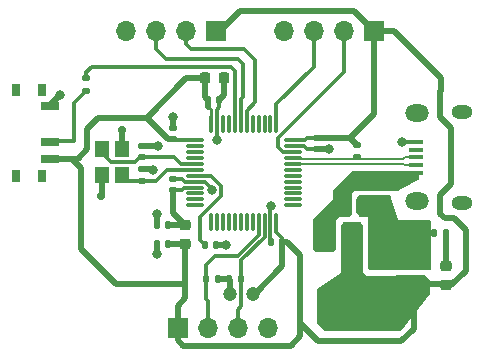
<source format=gbr>
%TF.GenerationSoftware,KiCad,Pcbnew,6.0.6-3a73a75311~116~ubuntu21.10.1*%
%TF.CreationDate,2022-07-26T12:25:36-07:00*%
%TF.ProjectId,SMT32Course,534d5433-3243-46f7-9572-73652e6b6963,0.1*%
%TF.SameCoordinates,Original*%
%TF.FileFunction,Copper,L1,Top*%
%TF.FilePolarity,Positive*%
%FSLAX46Y46*%
G04 Gerber Fmt 4.6, Leading zero omitted, Abs format (unit mm)*
G04 Created by KiCad (PCBNEW 6.0.6-3a73a75311~116~ubuntu21.10.1) date 2022-07-26 12:25:36*
%MOMM*%
%LPD*%
G01*
G04 APERTURE LIST*
G04 Aperture macros list*
%AMRoundRect*
0 Rectangle with rounded corners*
0 $1 Rounding radius*
0 $2 $3 $4 $5 $6 $7 $8 $9 X,Y pos of 4 corners*
0 Add a 4 corners polygon primitive as box body*
4,1,4,$2,$3,$4,$5,$6,$7,$8,$9,$2,$3,0*
0 Add four circle primitives for the rounded corners*
1,1,$1+$1,$2,$3*
1,1,$1+$1,$4,$5*
1,1,$1+$1,$6,$7*
1,1,$1+$1,$8,$9*
0 Add four rect primitives between the rounded corners*
20,1,$1+$1,$2,$3,$4,$5,0*
20,1,$1+$1,$4,$5,$6,$7,0*
20,1,$1+$1,$6,$7,$8,$9,0*
20,1,$1+$1,$8,$9,$2,$3,0*%
G04 Aperture macros list end*
%TA.AperFunction,SMDPad,CuDef*%
%ADD10R,0.800000X1.000000*%
%TD*%
%TA.AperFunction,SMDPad,CuDef*%
%ADD11R,1.500000X0.700000*%
%TD*%
%TA.AperFunction,SMDPad,CuDef*%
%ADD12R,1.200000X1.400000*%
%TD*%
%TA.AperFunction,SMDPad,CuDef*%
%ADD13RoundRect,0.075000X-0.075000X-0.662500X0.075000X-0.662500X0.075000X0.662500X-0.075000X0.662500X0*%
%TD*%
%TA.AperFunction,SMDPad,CuDef*%
%ADD14RoundRect,0.075000X-0.662500X-0.075000X0.662500X-0.075000X0.662500X0.075000X-0.662500X0.075000X0*%
%TD*%
%TA.AperFunction,SMDPad,CuDef*%
%ADD15R,1.500000X2.000000*%
%TD*%
%TA.AperFunction,SMDPad,CuDef*%
%ADD16R,3.800000X2.000000*%
%TD*%
%TA.AperFunction,SMDPad,CuDef*%
%ADD17RoundRect,0.135000X-0.135000X-0.185000X0.135000X-0.185000X0.135000X0.185000X-0.135000X0.185000X0*%
%TD*%
%TA.AperFunction,SMDPad,CuDef*%
%ADD18RoundRect,0.135000X0.135000X0.185000X-0.135000X0.185000X-0.135000X-0.185000X0.135000X-0.185000X0*%
%TD*%
%TA.AperFunction,SMDPad,CuDef*%
%ADD19RoundRect,0.135000X-0.185000X0.135000X-0.185000X-0.135000X0.185000X-0.135000X0.185000X0.135000X0*%
%TD*%
%TA.AperFunction,SMDPad,CuDef*%
%ADD20RoundRect,0.135000X0.185000X-0.135000X0.185000X0.135000X-0.185000X0.135000X-0.185000X-0.135000X0*%
%TD*%
%TA.AperFunction,ComponentPad*%
%ADD21O,1.700000X1.700000*%
%TD*%
%TA.AperFunction,ComponentPad*%
%ADD22R,1.700000X1.700000*%
%TD*%
%TA.AperFunction,SMDPad,CuDef*%
%ADD23R,1.300000X0.450000*%
%TD*%
%TA.AperFunction,ComponentPad*%
%ADD24O,2.000000X1.450000*%
%TD*%
%TA.AperFunction,ComponentPad*%
%ADD25O,1.800000X1.150000*%
%TD*%
%TA.AperFunction,SMDPad,CuDef*%
%ADD26RoundRect,0.218750X-0.256250X0.218750X-0.256250X-0.218750X0.256250X-0.218750X0.256250X0.218750X0*%
%TD*%
%TA.AperFunction,SMDPad,CuDef*%
%ADD27RoundRect,0.140000X0.170000X-0.140000X0.170000X0.140000X-0.170000X0.140000X-0.170000X-0.140000X0*%
%TD*%
%TA.AperFunction,SMDPad,CuDef*%
%ADD28RoundRect,0.140000X-0.140000X-0.170000X0.140000X-0.170000X0.140000X0.170000X-0.140000X0.170000X0*%
%TD*%
%TA.AperFunction,SMDPad,CuDef*%
%ADD29RoundRect,0.140000X0.140000X0.170000X-0.140000X0.170000X-0.140000X-0.170000X0.140000X-0.170000X0*%
%TD*%
%TA.AperFunction,SMDPad,CuDef*%
%ADD30RoundRect,0.140000X-0.170000X0.140000X-0.170000X-0.140000X0.170000X-0.140000X0.170000X0.140000X0*%
%TD*%
%TA.AperFunction,SMDPad,CuDef*%
%ADD31RoundRect,0.225000X-0.225000X-0.250000X0.225000X-0.250000X0.225000X0.250000X-0.225000X0.250000X0*%
%TD*%
%TA.AperFunction,SMDPad,CuDef*%
%ADD32RoundRect,0.250000X0.475000X-0.250000X0.475000X0.250000X-0.475000X0.250000X-0.475000X-0.250000X0*%
%TD*%
%TA.AperFunction,SMDPad,CuDef*%
%ADD33RoundRect,0.250000X-0.250000X-0.475000X0.250000X-0.475000X0.250000X0.475000X-0.250000X0.475000X0*%
%TD*%
%TA.AperFunction,ViaPad*%
%ADD34C,0.700000*%
%TD*%
%TA.AperFunction,ViaPad*%
%ADD35C,1.200000*%
%TD*%
%TA.AperFunction,ViaPad*%
%ADD36C,0.800000*%
%TD*%
%TA.AperFunction,Conductor*%
%ADD37C,0.300000*%
%TD*%
%TA.AperFunction,Conductor*%
%ADD38C,0.500000*%
%TD*%
%TA.AperFunction,Conductor*%
%ADD39C,0.200000*%
%TD*%
%TA.AperFunction,Conductor*%
%ADD40C,0.250000*%
%TD*%
G04 APERTURE END LIST*
D10*
%TO.P,SW1,*%
%TO.N,*%
X88880000Y-59750000D03*
X86670000Y-52450000D03*
X86670000Y-59750000D03*
X88880000Y-52450000D03*
D11*
%TO.P,SW1,1,A*%
%TO.N,GND*%
X89530000Y-53850000D03*
%TO.P,SW1,2,B*%
%TO.N,/SW_BOOT0*%
X89530000Y-56850000D03*
%TO.P,SW1,3,C*%
%TO.N,+3.3V*%
X89530000Y-58350000D03*
%TD*%
D12*
%TO.P,Y1,4,4*%
%TO.N,GND*%
X95595000Y-57500000D03*
%TO.P,Y1,3,3*%
%TO.N,/HSE_OUT*%
X95595000Y-59700000D03*
%TO.P,Y1,2,2*%
%TO.N,GND*%
X93895000Y-59700000D03*
%TO.P,Y1,1,1*%
%TO.N,/HSE_IN*%
X93895000Y-57500000D03*
%TD*%
D13*
%TO.P,U2,48,VDD*%
%TO.N,+3.3V*%
X103195000Y-55337500D03*
%TO.P,U2,47,VSS*%
%TO.N,GND*%
X103695000Y-55337500D03*
%TO.P,U2,46,PB9*%
%TO.N,unconnected-(U2-Pad46)*%
X104195000Y-55337500D03*
%TO.P,U2,45,PB8*%
%TO.N,unconnected-(U2-Pad45)*%
X104695000Y-55337500D03*
%TO.P,U2,44,BOOT0*%
%TO.N,/BOOT0*%
X105195000Y-55337500D03*
%TO.P,U2,43,PB7*%
%TO.N,/USART1_RX*%
X105695000Y-55337500D03*
%TO.P,U2,42,PB6*%
%TO.N,/USART1_TX*%
X106195000Y-55337500D03*
%TO.P,U2,41,PB5*%
%TO.N,unconnected-(U2-Pad41)*%
X106695000Y-55337500D03*
%TO.P,U2,40,PB4*%
%TO.N,unconnected-(U2-Pad40)*%
X107195000Y-55337500D03*
%TO.P,U2,39,PB3*%
%TO.N,unconnected-(U2-Pad39)*%
X107695000Y-55337500D03*
%TO.P,U2,38,PA15*%
%TO.N,unconnected-(U2-Pad38)*%
X108195000Y-55337500D03*
%TO.P,U2,37,PA14*%
%TO.N,/SWCLK*%
X108695000Y-55337500D03*
D14*
%TO.P,U2,36,VDD*%
%TO.N,+3.3V*%
X110107500Y-56750000D03*
%TO.P,U2,35,VSS*%
%TO.N,GND*%
X110107500Y-57250000D03*
%TO.P,U2,34,PA13*%
%TO.N,/SWDIO*%
X110107500Y-57750000D03*
%TO.P,U2,33,PA12*%
%TO.N,/USB_D+*%
X110107500Y-58250000D03*
%TO.P,U2,32,PA11*%
%TO.N,/USB_D-*%
X110107500Y-58750000D03*
%TO.P,U2,31,PA10*%
%TO.N,unconnected-(U2-Pad31)*%
X110107500Y-59250000D03*
%TO.P,U2,30,PA9*%
%TO.N,unconnected-(U2-Pad30)*%
X110107500Y-59750000D03*
%TO.P,U2,29,PA8*%
%TO.N,unconnected-(U2-Pad29)*%
X110107500Y-60250000D03*
%TO.P,U2,28,PB15*%
%TO.N,unconnected-(U2-Pad28)*%
X110107500Y-60750000D03*
%TO.P,U2,27,PB14*%
%TO.N,unconnected-(U2-Pad27)*%
X110107500Y-61250000D03*
%TO.P,U2,26,PB13*%
%TO.N,unconnected-(U2-Pad26)*%
X110107500Y-61750000D03*
%TO.P,U2,25,PB12*%
%TO.N,unconnected-(U2-Pad25)*%
X110107500Y-62250000D03*
D13*
%TO.P,U2,24,VDD*%
%TO.N,+3.3V*%
X108695000Y-63662500D03*
%TO.P,U2,23,VSS*%
%TO.N,GND*%
X108195000Y-63662500D03*
%TO.P,U2,22,PB11*%
%TO.N,/I2C2_SDA*%
X107695000Y-63662500D03*
%TO.P,U2,21,PB10*%
%TO.N,/I2C2_SCL*%
X107195000Y-63662500D03*
%TO.P,U2,20,PB2*%
%TO.N,unconnected-(U2-Pad20)*%
X106695000Y-63662500D03*
%TO.P,U2,19,PB1*%
%TO.N,unconnected-(U2-Pad19)*%
X106195000Y-63662500D03*
%TO.P,U2,18,PB0*%
%TO.N,unconnected-(U2-Pad18)*%
X105695000Y-63662500D03*
%TO.P,U2,17,PA7*%
%TO.N,unconnected-(U2-Pad17)*%
X105195000Y-63662500D03*
%TO.P,U2,16,PA6*%
%TO.N,unconnected-(U2-Pad16)*%
X104695000Y-63662500D03*
%TO.P,U2,15,PA5*%
%TO.N,unconnected-(U2-Pad15)*%
X104195000Y-63662500D03*
%TO.P,U2,14,PA4*%
%TO.N,unconnected-(U2-Pad14)*%
X103695000Y-63662500D03*
%TO.P,U2,13,PA3*%
%TO.N,unconnected-(U2-Pad13)*%
X103195000Y-63662500D03*
D14*
%TO.P,U2,12,PA2*%
%TO.N,unconnected-(U2-Pad12)*%
X101782500Y-62250000D03*
%TO.P,U2,11,PA1*%
%TO.N,unconnected-(U2-Pad11)*%
X101782500Y-61750000D03*
%TO.P,U2,10,PA0*%
%TO.N,unconnected-(U2-Pad10)*%
X101782500Y-61250000D03*
%TO.P,U2,9,VDDA*%
%TO.N,+3.3VA*%
X101782500Y-60750000D03*
%TO.P,U2,8,VSSA*%
%TO.N,GND*%
X101782500Y-60250000D03*
%TO.P,U2,7,NRST*%
%TO.N,/NRST*%
X101782500Y-59750000D03*
%TO.P,U2,6,PD1*%
%TO.N,/HSE_OUT*%
X101782500Y-59250000D03*
%TO.P,U2,5,PD0*%
%TO.N,/HSE_IN*%
X101782500Y-58750000D03*
%TO.P,U2,4,PC15*%
%TO.N,unconnected-(U2-Pad4)*%
X101782500Y-58250000D03*
%TO.P,U2,3,PC14*%
%TO.N,unconnected-(U2-Pad3)*%
X101782500Y-57750000D03*
%TO.P,U2,2,PC13*%
%TO.N,unconnected-(U2-Pad2)*%
X101782500Y-57250000D03*
%TO.P,U2,1,VBAT*%
%TO.N,+3.3V*%
X101782500Y-56750000D03*
%TD*%
D15*
%TO.P,U1,3,VI*%
%TO.N,VBUS*%
X112825000Y-64950000D03*
%TO.P,U1,2,VO*%
%TO.N,+3.3V*%
X115125000Y-64950000D03*
D16*
X115125000Y-71250000D03*
D15*
%TO.P,U1,1,GND*%
%TO.N,GND*%
X117425000Y-64950000D03*
%TD*%
D17*
%TO.P,R5,1*%
%TO.N,+3.3V*%
X104715000Y-68500000D03*
%TO.P,R5,2*%
%TO.N,/I2C2_SDA*%
X105735000Y-68500000D03*
%TD*%
D18*
%TO.P,R4,1*%
%TO.N,+3.3V*%
X103735000Y-68500000D03*
%TO.P,R4,2*%
%TO.N,/I2C2_SCL*%
X102715000Y-68500000D03*
%TD*%
D19*
%TO.P,R3,2*%
%TO.N,/USB_D+*%
X115500000Y-58135000D03*
%TO.P,R3,1*%
%TO.N,+3.3V*%
X115500000Y-57115000D03*
%TD*%
D20*
%TO.P,R2,1*%
%TO.N,/SW_BOOT0*%
X92600000Y-52535000D03*
%TO.P,R2,2*%
%TO.N,/BOOT0*%
X92600000Y-51515000D03*
%TD*%
D18*
%TO.P,R1,1*%
%TO.N,/PWR_LED_K*%
X123035000Y-64600000D03*
%TO.P,R1,2*%
%TO.N,GND*%
X122015000Y-64600000D03*
%TD*%
D21*
%TO.P,J4,4,Pin_4*%
%TO.N,GND*%
X107945000Y-72600000D03*
%TO.P,J4,3,Pin_3*%
%TO.N,/I2C2_SDA*%
X105405000Y-72600000D03*
%TO.P,J4,2,Pin_2*%
%TO.N,/I2C2_SCL*%
X102865000Y-72600000D03*
D22*
%TO.P,J4,1,Pin_1*%
%TO.N,+3.3V*%
X100325000Y-72600000D03*
%TD*%
%TO.P,J3,1,Pin_1*%
%TO.N,+3.3V*%
X116925000Y-47500000D03*
D21*
%TO.P,J3,2,Pin_2*%
%TO.N,/SWDIO*%
X114385000Y-47500000D03*
%TO.P,J3,3,Pin_3*%
%TO.N,/SWCLK*%
X111845000Y-47500000D03*
%TO.P,J3,4,Pin_4*%
%TO.N,GND*%
X109305000Y-47500000D03*
%TD*%
D22*
%TO.P,J2,1,Pin_1*%
%TO.N,+3.3V*%
X103605000Y-47500000D03*
D21*
%TO.P,J2,2,Pin_2*%
%TO.N,/USART1_TX*%
X101065000Y-47500000D03*
%TO.P,J2,3,Pin_3*%
%TO.N,/USART1_RX*%
X98525000Y-47500000D03*
%TO.P,J2,4,Pin_4*%
%TO.N,GND*%
X95985000Y-47500000D03*
%TD*%
D23*
%TO.P,J1,1,VBUS*%
%TO.N,VBUS*%
X120525000Y-59500000D03*
%TO.P,J1,2,D-*%
%TO.N,/USB_D-*%
X120525000Y-58850000D03*
%TO.P,J1,3,D+*%
%TO.N,/USB_D+*%
X120525000Y-58200000D03*
%TO.P,J1,4,ID*%
%TO.N,unconnected-(J1-Pad4)*%
X120525000Y-57550000D03*
%TO.P,J1,5,GND*%
%TO.N,GND*%
X120525000Y-56900000D03*
D24*
%TO.P,J1,6,Shield*%
%TO.N,N/C*%
X120575000Y-61925000D03*
X120575000Y-54475000D03*
D25*
X124375000Y-62075000D03*
X124375000Y-54325000D03*
%TD*%
D26*
%TO.P,FB1,2*%
%TO.N,+3.3V*%
X100945000Y-65487500D03*
%TO.P,FB1,1*%
%TO.N,+3.3VA*%
X100945000Y-63912500D03*
%TD*%
%TO.P,D1,1,K*%
%TO.N,/PWR_LED_K*%
X123025000Y-67412500D03*
%TO.P,D1,2,A*%
%TO.N,+3.3V*%
X123025000Y-68987500D03*
%TD*%
D27*
%TO.P,C13,2*%
%TO.N,GND*%
X97345000Y-59220000D03*
%TO.P,C13,1*%
%TO.N,/HSE_OUT*%
X97345000Y-60180000D03*
%TD*%
%TO.P,C12,2*%
%TO.N,GND*%
X97345000Y-57220000D03*
%TO.P,C12,1*%
%TO.N,/HSE_IN*%
X97345000Y-58180000D03*
%TD*%
D28*
%TO.P,C11,2*%
%TO.N,GND*%
X103580000Y-65600000D03*
%TO.P,C11,1*%
%TO.N,/NRST*%
X102620000Y-65600000D03*
%TD*%
D29*
%TO.P,C10,2*%
%TO.N,GND*%
X98565000Y-65500000D03*
%TO.P,C10,1*%
%TO.N,+3.3V*%
X99525000Y-65500000D03*
%TD*%
%TO.P,C9,2*%
%TO.N,GND*%
X98565000Y-63900000D03*
%TO.P,C9,1*%
%TO.N,+3.3VA*%
X99525000Y-63900000D03*
%TD*%
D27*
%TO.P,C8,2*%
%TO.N,GND*%
X99945000Y-60020000D03*
%TO.P,C8,1*%
%TO.N,+3.3VA*%
X99945000Y-60980000D03*
%TD*%
D29*
%TO.P,C7,2*%
%TO.N,GND*%
X108245000Y-65400000D03*
%TO.P,C7,1*%
%TO.N,+3.3V*%
X109205000Y-65400000D03*
%TD*%
D30*
%TO.P,C6,1*%
%TO.N,+3.3V*%
X112145000Y-56520000D03*
%TO.P,C6,2*%
%TO.N,GND*%
X112145000Y-57480000D03*
%TD*%
D28*
%TO.P,C5,2*%
%TO.N,GND*%
X103875000Y-53300000D03*
%TO.P,C5,1*%
%TO.N,+3.3V*%
X102915000Y-53300000D03*
%TD*%
D27*
%TO.P,C4,2*%
%TO.N,GND*%
X99945000Y-55720000D03*
%TO.P,C4,1*%
%TO.N,+3.3V*%
X99945000Y-56680000D03*
%TD*%
D31*
%TO.P,C3,2*%
%TO.N,GND*%
X104220000Y-51500000D03*
%TO.P,C3,1*%
%TO.N,+3.3V*%
X102670000Y-51500000D03*
%TD*%
D32*
%TO.P,C2,1*%
%TO.N,+3.3V*%
X120325000Y-68950000D03*
%TO.P,C2,2*%
%TO.N,GND*%
X120325000Y-67050000D03*
%TD*%
D33*
%TO.P,C1,1*%
%TO.N,VBUS*%
X114275000Y-62300000D03*
%TO.P,C1,2*%
%TO.N,GND*%
X116175000Y-62300000D03*
%TD*%
D34*
%TO.N,GND*%
X95600000Y-55875000D03*
X93875000Y-61425000D03*
D35*
%TO.N,+3.3V*%
X104785500Y-69750000D03*
X106684500Y-69725000D03*
D36*
%TO.N,GND*%
X120700000Y-65725000D03*
X119800000Y-65750000D03*
X117475000Y-63000000D03*
X117475000Y-61875000D03*
X117875000Y-66825000D03*
X116975000Y-66850000D03*
X120950000Y-64600000D03*
X119300000Y-56900000D03*
X113125000Y-57475000D03*
X108200000Y-62325000D03*
X90375000Y-52950000D03*
X98275000Y-59225000D03*
X103700000Y-56750000D03*
X103250500Y-60953812D03*
X98575000Y-62975000D03*
X98550000Y-66400000D03*
X104450000Y-65600000D03*
X98650000Y-57225000D03*
X99950000Y-54800000D03*
%TD*%
D37*
%TO.N,+3.3V*%
X101782500Y-56750000D02*
X100625000Y-56750000D01*
X100625000Y-56750000D02*
X100275000Y-56750000D01*
X100275000Y-56750000D02*
X100015000Y-56750000D01*
D38*
%TO.N,GND*%
X97345000Y-57220000D02*
X98645000Y-57220000D01*
X98645000Y-57220000D02*
X98650000Y-57225000D01*
X117475000Y-63000000D02*
X116500000Y-63000000D01*
X116500000Y-63000000D02*
X116175000Y-62675000D01*
X116175000Y-62675000D02*
X116175000Y-62300000D01*
D37*
%TO.N,/SW_BOOT0*%
X91525000Y-56810000D02*
X91525000Y-53610000D01*
X91525000Y-53610000D02*
X92600000Y-52535000D01*
%TO.N,/BOOT0*%
X105195000Y-55337500D02*
X105195000Y-50870000D01*
X105195000Y-50870000D02*
X104850000Y-50525000D01*
X104850000Y-50525000D02*
X93075000Y-50525000D01*
X93075000Y-50525000D02*
X92600000Y-51000000D01*
X92600000Y-51000000D02*
X92600000Y-51515000D01*
D38*
%TO.N,+3.3V*%
X102670000Y-51500000D02*
X101050000Y-51500000D01*
X101050000Y-51500000D02*
X97700000Y-54850000D01*
X110700000Y-70450000D02*
X110700000Y-66475000D01*
X110700000Y-72225000D02*
X110700000Y-70450000D01*
X110700000Y-70450000D02*
X110700000Y-73350000D01*
X110700000Y-73350000D02*
X109925000Y-74125000D01*
X109925000Y-74125000D02*
X100775000Y-74125000D01*
X100775000Y-74125000D02*
X100325000Y-73675000D01*
X100325000Y-73675000D02*
X100325000Y-72600000D01*
X123025000Y-68987500D02*
X123512500Y-68987500D01*
X123475000Y-55675000D02*
X122575000Y-54775000D01*
X123512500Y-68987500D02*
X124725000Y-67775000D01*
X124725000Y-67775000D02*
X124725000Y-64350000D01*
X124725000Y-64350000D02*
X123725000Y-63350000D01*
X123725000Y-63350000D02*
X122950000Y-63350000D01*
X122950000Y-63350000D02*
X122550000Y-62950000D01*
X122600000Y-52550000D02*
X122600000Y-51475000D01*
X122550000Y-62950000D02*
X122550000Y-61400000D01*
X122575000Y-52575000D02*
X122600000Y-52550000D01*
X118625000Y-47500000D02*
X116925000Y-47500000D01*
X122550000Y-61400000D02*
X123475000Y-60475000D01*
X122575000Y-54775000D02*
X122575000Y-52575000D01*
X123475000Y-60475000D02*
X123475000Y-55675000D01*
X122600000Y-51475000D02*
X118625000Y-47500000D01*
X100945000Y-69795000D02*
X100945000Y-68895000D01*
X100945000Y-68895000D02*
X100945000Y-65487500D01*
X89530000Y-58350000D02*
X91400000Y-58350000D01*
X91400000Y-58350000D02*
X92175000Y-59125000D01*
X92175000Y-59125000D02*
X92175000Y-65925000D01*
X92175000Y-65925000D02*
X95145000Y-68895000D01*
X95145000Y-68895000D02*
X100945000Y-68895000D01*
X103950000Y-47500000D02*
X105625000Y-45825000D01*
X103605000Y-47500000D02*
X103950000Y-47500000D01*
X105625000Y-45825000D02*
X115250000Y-45825000D01*
X115250000Y-45825000D02*
X116925000Y-47500000D01*
X116925000Y-47500000D02*
X116925000Y-54500000D01*
X116925000Y-54500000D02*
X114905000Y-56520000D01*
X112145000Y-56520000D02*
X114905000Y-56520000D01*
X114905000Y-56520000D02*
X115500000Y-57115000D01*
X99945000Y-56680000D02*
X100129386Y-56680000D01*
X102915000Y-53894386D02*
X102915000Y-53300000D01*
X89530000Y-58350000D02*
X91875000Y-58350000D01*
X97700000Y-54850000D02*
X99530000Y-56680000D01*
X91875000Y-58350000D02*
X92700000Y-57525000D01*
X92700000Y-57525000D02*
X92700000Y-55750000D01*
X92700000Y-55750000D02*
X93600000Y-54850000D01*
X93600000Y-54850000D02*
X97700000Y-54850000D01*
X99530000Y-56680000D02*
X99945000Y-56680000D01*
%TO.N,GND*%
X95595000Y-55880000D02*
X95600000Y-55875000D01*
X95595000Y-57500000D02*
X95595000Y-55880000D01*
X93895000Y-61405000D02*
X93875000Y-61425000D01*
X93895000Y-59700000D02*
X93895000Y-61405000D01*
%TO.N,+3.3VA*%
X99945000Y-60980000D02*
X99945000Y-62912500D01*
X99945000Y-62912500D02*
X100945000Y-63912500D01*
X100945000Y-63912500D02*
X99537500Y-63912500D01*
X99537500Y-63912500D02*
X99525000Y-63900000D01*
%TO.N,+3.3V*%
X100945000Y-70130000D02*
X100945000Y-69795000D01*
X106900000Y-69725000D02*
X109205000Y-67420000D01*
X106684500Y-69725000D02*
X106900000Y-69725000D01*
X109205000Y-67420000D02*
X109205000Y-65400000D01*
X100945000Y-65487500D02*
X99537500Y-65487500D01*
X99537500Y-65487500D02*
X99525000Y-65500000D01*
X100325000Y-72600000D02*
X100325000Y-70750000D01*
X100325000Y-70750000D02*
X100945000Y-70130000D01*
X104715000Y-68500000D02*
X103735000Y-68500000D01*
X104785500Y-68570500D02*
X104715000Y-68500000D01*
X104785500Y-69750000D02*
X104785500Y-68570500D01*
X120325000Y-68950000D02*
X120325000Y-72700000D01*
X120325000Y-72700000D02*
X119275000Y-73750000D01*
X119275000Y-73750000D02*
X112225000Y-73750000D01*
X109625000Y-65400000D02*
X109205000Y-65400000D01*
X112225000Y-73750000D02*
X110700000Y-72225000D01*
X110700000Y-66475000D02*
X109625000Y-65400000D01*
D37*
%TO.N,VBUS*%
X114275000Y-62300000D02*
X113575000Y-62300000D01*
X113575000Y-62300000D02*
X112825000Y-63050000D01*
X112825000Y-63050000D02*
X112825000Y-64950000D01*
X120525000Y-59500000D02*
X115600000Y-59500000D01*
X115600000Y-59500000D02*
X114275000Y-60825000D01*
X114275000Y-60825000D02*
X114275000Y-62300000D01*
D38*
%TO.N,/PWR_LED_K*%
X123035000Y-64600000D02*
X123035000Y-67402500D01*
X123035000Y-67402500D02*
X123025000Y-67412500D01*
%TO.N,+3.3V*%
X123025000Y-68987500D02*
X123025000Y-68975000D01*
X123025000Y-68975000D02*
X123000000Y-68950000D01*
X123000000Y-68950000D02*
X120325000Y-68950000D01*
%TO.N,GND*%
X120700000Y-67000000D02*
X120700000Y-65725000D01*
X120650000Y-67050000D02*
X120700000Y-67000000D01*
X120325000Y-67050000D02*
X120650000Y-67050000D01*
X119800000Y-66850000D02*
X119800000Y-65750000D01*
X119975000Y-67025000D02*
X119800000Y-66850000D01*
X120325000Y-67050000D02*
X120000000Y-67050000D01*
X120000000Y-67050000D02*
X119975000Y-67025000D01*
X116275000Y-61875000D02*
X117475000Y-61875000D01*
X116175000Y-61975000D02*
X116275000Y-61875000D01*
X116175000Y-62300000D02*
X116175000Y-61975000D01*
X117875000Y-65375000D02*
X117875000Y-66825000D01*
X117425000Y-64950000D02*
X117850000Y-65375000D01*
X117850000Y-65375000D02*
X117875000Y-65375000D01*
X116975000Y-64975000D02*
X116975000Y-66850000D01*
X117425000Y-64950000D02*
X117000000Y-64950000D01*
X117000000Y-64950000D02*
X116975000Y-64975000D01*
X117425000Y-64950000D02*
X117425000Y-64925000D01*
X122015000Y-64600000D02*
X120950000Y-64600000D01*
D37*
X120550000Y-56900000D02*
X119300000Y-56900000D01*
X120525000Y-56900000D02*
X120550000Y-56900000D01*
D38*
X113120000Y-57480000D02*
X113125000Y-57475000D01*
X112145000Y-57480000D02*
X113120000Y-57480000D01*
D37*
X108195000Y-62330000D02*
X108200000Y-62325000D01*
X108195000Y-63662500D02*
X108195000Y-62330000D01*
D38*
X89530000Y-53795000D02*
X90375000Y-52950000D01*
X89530000Y-53850000D02*
X89530000Y-53795000D01*
X98270000Y-59220000D02*
X98275000Y-59225000D01*
X97345000Y-59220000D02*
X98270000Y-59220000D01*
D37*
X103695000Y-56745000D02*
X103700000Y-56750000D01*
X103695000Y-55337500D02*
X103695000Y-56745000D01*
X103250500Y-60879459D02*
X103250500Y-60953812D01*
X102621041Y-60250000D02*
X103250500Y-60879459D01*
X101782500Y-60250000D02*
X102621041Y-60250000D01*
D38*
X98565000Y-62985000D02*
X98575000Y-62975000D01*
X98565000Y-63900000D02*
X98565000Y-62985000D01*
X98565000Y-66385000D02*
X98550000Y-66400000D01*
X98565000Y-65500000D02*
X98565000Y-66385000D01*
X103580000Y-65600000D02*
X104450000Y-65600000D01*
D37*
%TO.N,/NRST*%
X101782500Y-59750000D02*
X103150000Y-59750000D01*
X103150000Y-59750000D02*
X104000000Y-60600000D01*
X104000000Y-60600000D02*
X104000000Y-61425000D01*
X104000000Y-61425000D02*
X102200000Y-63225000D01*
X102200000Y-63225000D02*
X102200000Y-65180000D01*
X102200000Y-65180000D02*
X102620000Y-65600000D01*
D38*
%TO.N,GND*%
X99945000Y-54805000D02*
X99950000Y-54800000D01*
X99945000Y-55720000D02*
X99945000Y-54805000D01*
D37*
%TO.N,/I2C2_SCL*%
X102715000Y-68500000D02*
X102715000Y-70165000D01*
X102715000Y-70165000D02*
X102865000Y-70315000D01*
X102865000Y-70315000D02*
X102865000Y-72600000D01*
X107195000Y-63662500D02*
X107195000Y-64739929D01*
X102715000Y-67335000D02*
X102715000Y-68500000D01*
X107195000Y-64739929D02*
X105409929Y-66525000D01*
X105409929Y-66525000D02*
X103525000Y-66525000D01*
X103525000Y-66525000D02*
X102715000Y-67335000D01*
%TO.N,/I2C2_SDA*%
X105735000Y-68500000D02*
X105735000Y-70815000D01*
X105735000Y-70815000D02*
X105405000Y-71145000D01*
X105405000Y-71145000D02*
X105405000Y-72600000D01*
X107695000Y-63662500D02*
X107695000Y-64947035D01*
X105735000Y-66907035D02*
X105735000Y-68500000D01*
X107695000Y-64947035D02*
X105735000Y-66907035D01*
%TO.N,+3.3V*%
X108695000Y-63662500D02*
X108695000Y-64495000D01*
X108695000Y-64495000D02*
X109205000Y-65005000D01*
X109205000Y-65005000D02*
X109205000Y-65400000D01*
%TO.N,GND*%
X108195000Y-63662500D02*
X108195000Y-65350000D01*
X108195000Y-65350000D02*
X108245000Y-65400000D01*
%TO.N,/SW_BOOT0*%
X91525000Y-56810000D02*
X89570000Y-56810000D01*
X89570000Y-56810000D02*
X89530000Y-56850000D01*
%TO.N,/USART1_RX*%
X105695000Y-55337500D02*
X105695000Y-53255000D01*
X105875000Y-53075000D02*
X105875000Y-50250000D01*
X105695000Y-53255000D02*
X105875000Y-53075000D01*
X105875000Y-50250000D02*
X105450000Y-49825000D01*
X105450000Y-49825000D02*
X99325000Y-49825000D01*
X99325000Y-49825000D02*
X98500000Y-49000000D01*
X98500000Y-49000000D02*
X98525000Y-48975000D01*
X98525000Y-48975000D02*
X98525000Y-47500000D01*
%TO.N,/USART1_TX*%
X106195000Y-55337500D02*
X106195000Y-54230000D01*
X101425000Y-49000000D02*
X101000000Y-48575000D01*
X106195000Y-54230000D02*
X106925000Y-53500000D01*
X101000000Y-48575000D02*
X101000000Y-47565000D01*
X106925000Y-53500000D02*
X106925000Y-49950000D01*
X106925000Y-49950000D02*
X105975000Y-49000000D01*
X105975000Y-49000000D02*
X101425000Y-49000000D01*
X101000000Y-47565000D02*
X101065000Y-47500000D01*
%TO.N,/SWDIO*%
X110107500Y-57750000D02*
X109268959Y-57750000D01*
X109268959Y-57750000D02*
X108800000Y-57281041D01*
X108800000Y-57281041D02*
X108800000Y-56575000D01*
X108800000Y-56575000D02*
X114385000Y-50990000D01*
X114385000Y-50990000D02*
X114385000Y-47500000D01*
%TO.N,/SWCLK*%
X108695000Y-55337500D02*
X108695000Y-53655000D01*
X108695000Y-53655000D02*
X111845000Y-50505000D01*
X111845000Y-50505000D02*
X111845000Y-47500000D01*
D39*
%TO.N,/USB_D+*%
X110107500Y-58250000D02*
X110157499Y-58299999D01*
X110157499Y-58299999D02*
X119449999Y-58300000D01*
X119449999Y-58300000D02*
X119549999Y-58200000D01*
X119549999Y-58200000D02*
X120525000Y-58200000D01*
%TO.N,/USB_D-*%
X119449999Y-58750000D02*
X119549999Y-58850000D01*
X110107500Y-58750000D02*
X119449999Y-58750000D01*
X119549999Y-58850000D02*
X120525000Y-58850000D01*
%TO.N,/USB_D+*%
X110107500Y-58250000D02*
X110132499Y-58274999D01*
D37*
%TO.N,/HSE_IN*%
X97165000Y-58180000D02*
X96745000Y-58600000D01*
X96745000Y-58600000D02*
X94695000Y-58600000D01*
X97345000Y-58180000D02*
X97165000Y-58180000D01*
X94695000Y-58600000D02*
X93895000Y-57800000D01*
X93895000Y-57800000D02*
X93895000Y-57500000D01*
X101782500Y-58750000D02*
X100595000Y-58750000D01*
X100595000Y-58750000D02*
X100025000Y-58180000D01*
X100025000Y-58180000D02*
X97345000Y-58180000D01*
%TO.N,/HSE_OUT*%
X97345000Y-60180000D02*
X96075000Y-60180000D01*
X96075000Y-60180000D02*
X95595000Y-59700000D01*
X101782500Y-59250000D02*
X99395000Y-59250000D01*
X99395000Y-59250000D02*
X98465000Y-60180000D01*
X98465000Y-60180000D02*
X97345000Y-60180000D01*
%TO.N,GND*%
X101782500Y-60250000D02*
X100943959Y-60250000D01*
X100943959Y-60250000D02*
X100713959Y-60020000D01*
X100713959Y-60020000D02*
X99945000Y-60020000D01*
%TO.N,+3.3VA*%
X101782500Y-60750000D02*
X100895000Y-60750000D01*
X100895000Y-60750000D02*
X100665000Y-60980000D01*
X100665000Y-60980000D02*
X99945000Y-60980000D01*
%TO.N,GND*%
X110107500Y-57250000D02*
X111045000Y-57250000D01*
X111045000Y-57250000D02*
X111275000Y-57480000D01*
X111275000Y-57480000D02*
X112145000Y-57480000D01*
%TO.N,+3.3V*%
X110107500Y-56750000D02*
X111095000Y-56750000D01*
X111095000Y-56750000D02*
X111325000Y-56520000D01*
X111325000Y-56520000D02*
X112145000Y-56520000D01*
D38*
%TO.N,GND*%
X104220000Y-51500000D02*
X104220000Y-52955000D01*
X104220000Y-52955000D02*
X103875000Y-53300000D01*
%TO.N,+3.3V*%
X102670000Y-51500000D02*
X102670000Y-53055000D01*
X102670000Y-53055000D02*
X102915000Y-53300000D01*
D37*
%TO.N,GND*%
X103695000Y-55337500D02*
X103695000Y-54150000D01*
X103695000Y-54150000D02*
X103875000Y-53970000D01*
X103875000Y-53970000D02*
X103875000Y-53300000D01*
D40*
%TO.N,+3.3V*%
X103195000Y-55337500D02*
X103195000Y-54150000D01*
X103195000Y-54150000D02*
X102915000Y-53870000D01*
X102915000Y-53870000D02*
X102915000Y-53300000D01*
%TD*%
%TA.AperFunction,Conductor*%
%TO.N,GND*%
G36*
X118323853Y-61369685D02*
G01*
X118369608Y-61422489D01*
X118375920Y-61439508D01*
X118426019Y-61612509D01*
X118974617Y-63506923D01*
X118986547Y-63506894D01*
X118986548Y-63506894D01*
X121675696Y-63500305D01*
X121742784Y-63519826D01*
X121788668Y-63572517D01*
X121800000Y-63624305D01*
X121800000Y-67626000D01*
X121780315Y-67693039D01*
X121727511Y-67738794D01*
X121676000Y-67750000D01*
X116705225Y-67750000D01*
X116638186Y-67730315D01*
X116613057Y-67708952D01*
X116456832Y-67535369D01*
X116426616Y-67472370D01*
X116425000Y-67452417D01*
X116425000Y-63250000D01*
X115812835Y-63250000D01*
X115745796Y-63230315D01*
X115712841Y-63199329D01*
X115499006Y-62907735D01*
X115475235Y-62842033D01*
X115475000Y-62834406D01*
X115475000Y-61679548D01*
X115494685Y-61612509D01*
X115515210Y-61588141D01*
X115739444Y-61382593D01*
X115802164Y-61351803D01*
X115823234Y-61350000D01*
X118256814Y-61350000D01*
X118323853Y-61369685D01*
G37*
%TD.AperFunction*%
%TD*%
%TA.AperFunction,Conductor*%
%TO.N,+3.3V*%
G36*
X115835274Y-63694685D02*
G01*
X115882209Y-63750154D01*
X115989974Y-64001606D01*
X116000000Y-64050452D01*
X116000000Y-67900000D01*
X116007182Y-67906629D01*
X116007182Y-67906630D01*
X116129069Y-68019141D01*
X116325000Y-68200000D01*
X121218997Y-68175157D01*
X121286134Y-68194501D01*
X121309414Y-68213635D01*
X121584008Y-68501958D01*
X121690793Y-68614083D01*
X121722773Y-68676204D01*
X121725000Y-68699600D01*
X121725000Y-69706704D01*
X121705315Y-69773743D01*
X121698051Y-69783886D01*
X119237233Y-72878182D01*
X119180099Y-72918400D01*
X119140182Y-72925000D01*
X112830225Y-72925000D01*
X112763186Y-72905315D01*
X112738057Y-72883952D01*
X112131832Y-72210369D01*
X112101616Y-72147370D01*
X112100000Y-72127417D01*
X112100000Y-69464625D01*
X112119685Y-69397586D01*
X112152973Y-69362983D01*
X114160387Y-67960212D01*
X114160388Y-67960211D01*
X114175000Y-67950000D01*
X114175000Y-64050452D01*
X114185026Y-64001606D01*
X114292791Y-63750154D01*
X114337292Y-63696289D01*
X114406765Y-63675000D01*
X115768235Y-63675000D01*
X115835274Y-63694685D01*
G37*
%TD.AperFunction*%
%TD*%
%TA.AperFunction,Conductor*%
%TO.N,VBUS*%
G36*
X119777716Y-59360588D02*
G01*
X119804673Y-59372506D01*
X119830354Y-59375500D01*
X120651353Y-59375500D01*
X120718392Y-59395185D01*
X120764147Y-59447989D01*
X120775353Y-59499206D01*
X120776605Y-60028049D01*
X120757079Y-60095135D01*
X120709964Y-60138279D01*
X119224377Y-60913368D01*
X119078791Y-60989326D01*
X119021319Y-61003389D01*
X115342827Y-61000016D01*
X115342826Y-61000016D01*
X115325000Y-61000000D01*
X115100000Y-61225000D01*
X115099855Y-61235747D01*
X115075947Y-63004895D01*
X115055358Y-63071662D01*
X115014438Y-63110328D01*
X114803956Y-63233109D01*
X114741476Y-63250000D01*
X114075000Y-63250000D01*
X113775000Y-63500000D01*
X113775000Y-65855737D01*
X113755315Y-65922776D01*
X113746980Y-65934247D01*
X113587208Y-66129523D01*
X113529523Y-66168942D01*
X113491239Y-66175000D01*
X112051362Y-66175000D01*
X111984323Y-66155315D01*
X111963681Y-66138681D01*
X111861319Y-66036319D01*
X111827834Y-65974996D01*
X111825000Y-65948638D01*
X111825000Y-63451362D01*
X111844685Y-63384323D01*
X111861319Y-63363681D01*
X113500000Y-61725000D01*
X113500000Y-61003034D01*
X113519685Y-60935995D01*
X113538349Y-60913368D01*
X115139057Y-59384334D01*
X115201131Y-59352262D01*
X115224708Y-59350000D01*
X119727579Y-59350000D01*
X119777716Y-59360588D01*
G37*
%TD.AperFunction*%
%TD*%
M02*

</source>
